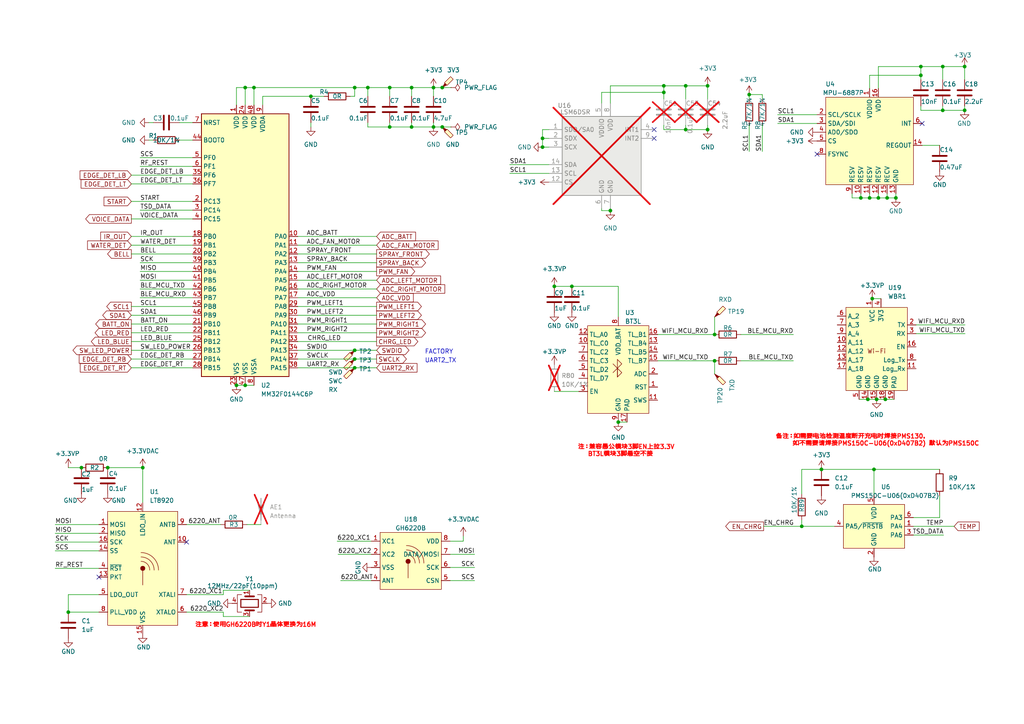
<source format=kicad_sch>
(kicad_sch (version 20231120) (generator "eeschema") (generator_version "8.0")
  (paper "A4")
  (junction (at 198.882 24.892))
  (junction (at 128.27 36.83))
  (junction (at 217.297 27.432))
  (junction (at 165.862 83.058))
  (junction (at 179.324 122.428))
  (junction (at 205.232 37.592))
  (junction (at 257.302 57.404))
  (junction (at 113.03 36.83))
  (junction (at 249.682 57.404))
  (junction (at 157.353 40.132))
  (junction (at 252.984 86.614))
  (junction (at 267.081 19.304))
  (junction (at 128.27 25.4))
  (junction (at 273.431 19.304))
  (junction (at 106.68 25.4))
  (junction (at 125.73 25.4))
  (junction (at 177.038 61.087))
  (junction (at 252.222 57.404))
  (junction (at 41.402 135.636))
  (junction (at 71.12 111.76))
  (junction (at 73.66 25.4))
  (junction (at 273.431 32.004))
  (junction (at 207.264 97.028))
  (junction (at 256.794 115.824))
  (junction (at 125.73 36.83))
  (junction (at 102.87 106.68))
  (junction (at 31.242 135.636))
  (junction (at 254.762 57.404))
  (junction (at 279.781 32.004))
  (junction (at 238.252 136.144))
  (junction (at 259.842 57.404))
  (junction (at 253.492 136.144))
  (junction (at 251.714 115.824))
  (junction (at 157.353 42.672))
  (junction (at 279.781 19.304))
  (junction (at 113.03 25.4))
  (junction (at 102.87 104.14))
  (junction (at 192.532 24.892))
  (junction (at 119.38 36.83))
  (junction (at 119.38 25.4))
  (junction (at 232.537 152.654))
  (junction (at 192.532 26.797))
  (junction (at 90.17 27.94))
  (junction (at 207.264 104.648))
  (junction (at 68.58 111.76))
  (junction (at 205.232 24.892))
  (junction (at 19.812 177.546))
  (junction (at 102.87 25.4))
  (junction (at 267.081 21.844))
  (junction (at 102.87 101.6))
  (junction (at 198.882 37.592))
  (junction (at 160.782 83.058))
  (junction (at 23.622 135.636))
  (junction (at 71.12 25.4))
  (junction (at 254.254 115.824))
  (no_connect (at 28.702 167.386))
  (no_connect (at 189.738 37.592))
  (no_connect (at 267.462 35.814))
  (no_connect (at 236.982 44.704))
  (no_connect (at 54.102 157.226))
  (no_connect (at 189.738 40.132))
  (wire (pts (xy 106.68 35.56) (xy 106.68 36.83)))
  (wire (pts (xy 40.64 86.36) (xy 55.88 86.36)))
  (wire (pts (xy 71.628 152.146) (xy 75.692 152.146)))
  (wire (pts (xy 40.64 83.82) (xy 55.88 83.82)))
  (wire (pts (xy 157.353 42.672) (xy 159.258 42.672)))
  (wire (pts (xy 137.668 168.402) (xy 130.556 168.402)))
  (wire (pts (xy 28.702 172.466) (xy 19.812 172.466)))
  (wire (pts (xy 238.252 136.144) (xy 232.537 136.144)))
  (wire (pts (xy 267.081 23.114) (xy 267.081 21.844)))
  (wire (pts (xy 264.922 155.194) (xy 273.685 155.194)))
  (wire (pts (xy 225.552 35.814) (xy 236.982 35.814)))
  (wire (pts (xy 16.002 157.226) (xy 28.702 157.226)))
  (wire (pts (xy 102.87 25.4) (xy 102.87 27.94)))
  (wire (pts (xy 214.884 104.648) (xy 230.124 104.648)))
  (wire (pts (xy 113.03 25.4) (xy 106.68 25.4)))
  (wire (pts (xy 130.556 160.782) (xy 137.668 160.782)))
  (wire (pts (xy 198.882 24.892) (xy 198.882 28.702)))
  (wire (pts (xy 16.002 159.766) (xy 28.702 159.766)))
  (wire (pts (xy 252.222 21.844) (xy 252.222 25.654)))
  (wire (pts (xy 38.1 91.44) (xy 55.88 91.44)))
  (wire (pts (xy 279.781 32.004) (xy 279.781 30.734)))
  (wire (pts (xy 40.64 45.72) (xy 55.88 45.72)))
  (wire (pts (xy 232.537 152.654) (xy 242.062 152.654)))
  (wire (pts (xy 249.682 57.404) (xy 252.222 57.404)))
  (wire (pts (xy 86.36 91.44) (xy 109.22 91.44)))
  (wire (pts (xy 254.762 57.404) (xy 257.302 57.404)))
  (wire (pts (xy 272.542 143.764) (xy 272.542 150.114)))
  (wire (pts (xy 38.1 99.06) (xy 55.88 99.06)))
  (wire (pts (xy 128.27 25.4) (xy 130.81 25.4)))
  (wire (pts (xy 125.73 25.4) (xy 125.73 27.94)))
  (wire (pts (xy 97.79 156.972) (xy 107.696 156.972)))
  (wire (pts (xy 38.1 50.8) (xy 55.88 50.8)))
  (wire (pts (xy 198.882 24.892) (xy 205.232 24.892)))
  (wire (pts (xy 174.498 61.087) (xy 177.038 61.087)))
  (wire (pts (xy 73.66 25.4) (xy 73.66 30.48)))
  (wire (pts (xy 252.984 86.614) (xy 255.524 86.614)))
  (wire (pts (xy 86.36 88.9) (xy 109.22 88.9)))
  (wire (pts (xy 31.242 135.636) (xy 41.402 135.636)))
  (wire (pts (xy 64.77 178.816) (xy 64.77 177.546)))
  (wire (pts (xy 253.492 136.144) (xy 272.542 136.144)))
  (wire (pts (xy 257.302 57.404) (xy 259.842 57.404)))
  (wire (pts (xy 19.812 172.466) (xy 19.812 177.546)))
  (wire (pts (xy 71.12 111.76) (xy 73.66 111.76)))
  (wire (pts (xy 157.353 40.132) (xy 157.353 37.592)))
  (wire (pts (xy 254.762 56.134) (xy 254.762 57.404)))
  (wire (pts (xy 38.1 53.34) (xy 55.88 53.34)))
  (wire (pts (xy 254.254 115.824) (xy 256.794 115.824)))
  (wire (pts (xy 102.87 25.4) (xy 73.66 25.4)))
  (wire (pts (xy 217.297 28.702) (xy 217.297 27.432)))
  (wire (pts (xy 38.1 68.58) (xy 55.88 68.58)))
  (wire (pts (xy 257.302 56.134) (xy 257.302 57.404)))
  (wire (pts (xy 221.107 36.322) (xy 221.107 43.942)))
  (wire (pts (xy 43.18 35.56) (xy 44.45 35.56)))
  (wire (pts (xy 38.1 58.42) (xy 55.88 58.42)))
  (wire (pts (xy 72.39 178.816) (xy 64.77 178.816)))
  (wire (pts (xy 217.297 27.432) (xy 221.107 27.432)))
  (wire (pts (xy 232.537 136.144) (xy 232.537 143.256)))
  (wire (pts (xy 249.174 115.824) (xy 251.714 115.824)))
  (wire (pts (xy 102.87 104.14) (xy 109.22 104.14)))
  (wire (pts (xy 179.324 83.058) (xy 179.324 91.948)))
  (wire (pts (xy 273.431 32.004) (xy 279.781 32.004)))
  (wire (pts (xy 106.68 36.83) (xy 113.03 36.83)))
  (wire (pts (xy 98.806 168.402) (xy 107.696 168.402)))
  (wire (pts (xy 134.366 155.448) (xy 134.366 156.972)))
  (wire (pts (xy 217.297 36.322) (xy 217.297 43.942)))
  (wire (pts (xy 54.102 177.546) (xy 64.77 177.546)))
  (wire (pts (xy 101.6 27.94) (xy 102.87 27.94)))
  (wire (pts (xy 90.17 27.94) (xy 93.98 27.94)))
  (wire (pts (xy 113.03 25.4) (xy 113.03 27.94)))
  (wire (pts (xy 71.12 25.4) (xy 73.66 25.4)))
  (wire (pts (xy 40.64 76.2) (xy 55.88 76.2)))
  (wire (pts (xy 40.64 60.96) (xy 55.88 60.96)))
  (wire (pts (xy 38.1 101.6) (xy 55.88 101.6)))
  (wire (pts (xy 38.1 71.12) (xy 55.88 71.12)))
  (wire (pts (xy 157.353 37.592) (xy 159.258 37.592)))
  (wire (pts (xy 38.1 63.5) (xy 55.88 63.5)))
  (wire (pts (xy 86.36 76.2) (xy 109.22 76.2)))
  (wire (pts (xy 125.73 36.83) (xy 125.73 35.56)))
  (wire (pts (xy 68.58 111.76) (xy 71.12 111.76)))
  (wire (pts (xy 40.64 48.26) (xy 55.88 48.26)))
  (wire (pts (xy 68.58 30.48) (xy 68.58 25.4)))
  (wire (pts (xy 252.222 56.134) (xy 252.222 57.404)))
  (wire (pts (xy 38.1 104.14) (xy 55.88 104.14)))
  (wire (pts (xy 251.714 115.824) (xy 254.254 115.824)))
  (wire (pts (xy 52.07 35.56) (xy 55.88 35.56)))
  (wire (pts (xy 98.044 160.782) (xy 107.696 160.782)))
  (wire (pts (xy 147.828 50.292) (xy 159.258 50.292)))
  (wire (pts (xy 225.552 33.274) (xy 236.982 33.274)))
  (wire (pts (xy 238.252 136.144) (xy 253.492 136.144)))
  (wire (pts (xy 106.68 25.4) (xy 106.68 27.94)))
  (wire (pts (xy 157.353 42.672) (xy 157.353 40.132)))
  (wire (pts (xy 86.36 81.28) (xy 109.22 81.28)))
  (wire (pts (xy 86.36 73.66) (xy 109.22 73.66)))
  (wire (pts (xy 259.842 57.404) (xy 259.842 56.134)))
  (wire (pts (xy 64.77 171.196) (xy 64.77 172.466)))
  (wire (pts (xy 179.324 122.428) (xy 181.864 122.428)))
  (wire (pts (xy 207.264 91.948) (xy 207.264 97.028)))
  (wire (pts (xy 192.532 26.797) (xy 192.532 28.702)))
  (wire (pts (xy 119.38 36.83) (xy 125.73 36.83)))
  (wire (pts (xy 207.264 104.648) (xy 207.264 108.458)))
  (wire (pts (xy 86.36 96.52) (xy 109.22 96.52)))
  (wire (pts (xy 72.39 171.196) (xy 64.77 171.196)))
  (wire (pts (xy 160.782 83.058) (xy 165.862 83.058)))
  (wire (pts (xy 119.38 25.4) (xy 125.73 25.4)))
  (wire (pts (xy 16.002 152.146) (xy 28.702 152.146)))
  (wire (pts (xy 102.87 101.6) (xy 109.22 101.6)))
  (wire (pts (xy 41.402 135.636) (xy 41.402 145.796)))
  (wire (pts (xy 38.1 96.52) (xy 55.88 96.52)))
  (wire (pts (xy 252.222 57.404) (xy 254.762 57.404)))
  (wire (pts (xy 86.36 106.68) (xy 102.87 106.68)))
  (wire (pts (xy 167.894 113.538) (xy 160.782 113.538)))
  (wire (pts (xy 273.431 32.004) (xy 273.431 30.734)))
  (wire (pts (xy 19.812 135.636) (xy 23.622 135.636)))
  (wire (pts (xy 86.36 83.82) (xy 109.22 83.82)))
  (wire (pts (xy 192.532 24.892) (xy 198.882 24.892)))
  (wire (pts (xy 174.498 60.452) (xy 174.498 61.087)))
  (wire (pts (xy 247.142 57.404) (xy 249.682 57.404)))
  (wire (pts (xy 249.682 56.134) (xy 249.682 57.404)))
  (wire (pts (xy 76.2 27.94) (xy 76.2 30.48)))
  (wire (pts (xy 134.366 156.972) (xy 130.556 156.972)))
  (wire (pts (xy 71.12 30.48) (xy 71.12 25.4)))
  (wire (pts (xy 119.38 25.4) (xy 113.03 25.4)))
  (wire (pts (xy 192.532 37.592) (xy 198.882 37.592)))
  (wire (pts (xy 267.081 19.304) (xy 267.081 21.844)))
  (wire (pts (xy 267.462 42.164) (xy 272.542 42.164)))
  (wire (pts (xy 192.532 26.797) (xy 174.498 26.797)))
  (wire (pts (xy 177.038 24.892) (xy 192.532 24.892)))
  (wire (pts (xy 221.488 152.654) (xy 232.537 152.654)))
  (wire (pts (xy 125.73 25.4) (xy 128.27 25.4)))
  (wire (pts (xy 147.828 47.752) (xy 159.258 47.752)))
  (wire (pts (xy 90.17 27.94) (xy 76.2 27.94)))
  (wire (pts (xy 253.492 136.144) (xy 253.492 143.764)))
  (wire (pts (xy 254.762 25.654) (xy 254.762 19.304)))
  (wire (pts (xy 86.36 78.74) (xy 109.22 78.74)))
  (wire (pts (xy 157.353 40.132) (xy 159.258 40.132)))
  (wire (pts (xy 265.684 96.774) (xy 279.908 96.774)))
  (wire (pts (xy 113.03 35.56) (xy 113.03 36.83)))
  (wire (pts (xy 190.754 104.648) (xy 207.264 104.648)))
  (wire (pts (xy 205.232 37.592) (xy 205.232 36.322)))
  (wire (pts (xy 214.884 97.028) (xy 230.124 97.028)))
  (wire (pts (xy 113.03 36.83) (xy 119.38 36.83)))
  (wire (pts (xy 106.68 25.4) (xy 102.87 25.4)))
  (wire (pts (xy 40.64 81.28) (xy 55.88 81.28)))
  (wire (pts (xy 64.77 172.466) (xy 54.102 172.466)))
  (wire (pts (xy 40.64 78.74) (xy 55.88 78.74)))
  (wire (pts (xy 119.38 27.94) (xy 119.38 25.4)))
  (wire (pts (xy 128.27 36.83) (xy 130.81 36.83)))
  (wire (pts (xy 273.431 19.304) (xy 279.781 19.304)))
  (wire (pts (xy 160.782 113.538) (xy 160.782 113.411)))
  (wire (pts (xy 52.07 40.64) (xy 55.88 40.64)))
  (wire (pts (xy 221.107 27.432) (xy 221.107 28.702)))
  (wire (pts (xy 165.862 83.058) (xy 179.324 83.058)))
  (wire (pts (xy 192.532 37.592) (xy 192.532 36.322)))
  (wire (pts (xy 54.102 152.146) (xy 64.008 152.146)))
  (wire (pts (xy 177.038 61.087) (xy 177.038 60.452)))
  (wire (pts (xy 273.431 19.304) (xy 273.431 23.114)))
  (wire (pts (xy 264.922 152.654) (xy 276.733 152.654)))
  (wire (pts (xy 254.762 19.304) (xy 267.081 19.304)))
  (wire (pts (xy 38.1 106.68) (xy 55.88 106.68)))
  (wire (pts (xy 267.081 32.004) (xy 273.431 32.004)))
  (wire (pts (xy 68.58 25.4) (xy 71.12 25.4)))
  (wire (pts (xy 86.36 93.98) (xy 109.22 93.98)))
  (wire (pts (xy 86.36 71.12) (xy 109.22 71.12)))
  (wire (pts (xy 192.532 24.892) (xy 192.532 26.797)))
  (wire (pts (xy 86.36 101.6) (xy 102.87 101.6)))
  (wire (pts (xy 86.36 104.14) (xy 102.87 104.14)))
  (wire (pts (xy 232.537 150.876) (xy 232.537 152.654)))
  (wire (pts (xy 86.36 68.58) (xy 109.22 68.58)))
  (wire (pts (xy 86.36 99.06) (xy 109.22 99.06)))
  (wire (pts (xy 272.542 150.114) (xy 264.922 150.114)))
  (wire (pts (xy 125.73 36.83) (xy 128.27 36.83)))
  (wire (pts (xy 38.1 73.66) (xy 55.88 73.66)))
  (wire (pts (xy 102.87 106.68) (xy 109.22 106.68)))
  (wire (pts (xy 247.142 56.134) (xy 247.142 57.404)))
  (wire (pts (xy 177.038 29.972) (xy 177.038 24.892)))
  (wire (pts (xy 267.081 21.844) (xy 252.222 21.844)))
  (wire (pts (xy 43.18 40.64) (xy 44.45 40.64)))
  (wire (pts (xy 38.1 93.98) (xy 55.88 93.98)))
  (wire (pts (xy 205.232 24.892) (xy 205.232 28.702)))
  (wire (pts (xy 90.17 36.83) (xy 90.17 35.56)))
  (wire (pts (xy 19.812 177.546) (xy 28.702 177.546)))
  (wire (pts (xy 137.668 164.592) (xy 130.556 164.592)))
  (wire (pts (xy 190.754 97.028) (xy 207.264 97.028)))
  (wire (pts (xy 279.781 19.304) (xy 279.781 23.114)))
  (wire (pts (xy 265.684 94.234) (xy 279.908 94.234)))
  (wire (pts (xy 38.1 88.9) (xy 55.88 88.9)))
  (wire (pts (xy 256.794 115.824) (xy 259.334 115.824)))
  (wire (pts (xy 86.36 86.36) (xy 109.22 86.36)))
  (wire (pts (xy 119.38 35.56) (xy 119.38 36.83)))
  (wire (pts (xy 267.081 32.004) (xy 267.081 30.734)))
  (wire (pts (xy 198.882 37.592) (xy 205.232 37.592)))
  (wire (pts (xy 267.081 19.304) (xy 273.431 19.304)))
  (wire (pts (xy 174.498 26.797) (xy 174.498 29.972)))
  (wire (pts (xy 16.002 164.846) (xy 28.702 164.846)))
  (wire (pts (xy 16.002 154.686) (xy 28.702 154.686)))
  (wire (pts (xy 198.882 37.592) (xy 198.882 36.322)))
  (text "注意：使用GH6220B时Y1晶体更换为16M" (at 74.168 181.356 0) (effects (font (size 1.27 1.27) (thickness 0.254) (bold yes))))
  (text "UART2_TX" (at 123.19 105.41 0) (effects (font (size 1.27 1.27)) (justify left bottom)))
  (text "备注：如需要电池检测温度断开充电时焊接PMS130，\n     如不需要请焊接PMS150C-U06(0xD407B2) 默认为PMS150C\n" (at 224.917 129.54 0) (effects (font (size 1.27 1.27) (thickness 0.254) (bold yes)) (justify left bottom)))
  (text "FACTORY" (at 123.19 102.87 0) (effects (font (size 1.27 1.27)) (justify left bottom)))
  (text "注：兼容愚公模块3脚EN上拉3.3V\n   BT3L模块3脚悬空不接" (at 167.513 132.588 0) (effects (font (size 1.27 1.27) (thickness 0.254) (bold yes)) (justify left bottom)))
  (label "BELL" (at 40.64 73.66 0))
  (label "MOSI" (at 16.002 152.146 0))
  (label "WIFI_MCU_RXD" (at 205.486 97.028 180))
  (label "EN_CHRG" (at 221.488 152.654 0))
  (label "BLE_MCU_RXD" (at 230.124 97.028 180))
  (label "TSD_DATA" (at 40.64 60.96 0))
  (label "PWM_FAN" (at 88.9 78.74 0))
  (label "MISO" (at 16.002 154.686 0))
  (label "SCK" (at 40.64 76.2 0))
  (label "SCL1" (at 147.828 50.292 0))
  (label "SCK" (at 16.002 157.226 0))
  (label "BATT_ON" (at 40.64 93.98 0))
  (label "6220_ANT" (at 54.61 152.146 0))
  (label "START" (at 40.64 58.42 0))
  (label "6220_XC2" (at 98.044 160.782 0))
  (label "MOSI" (at 40.64 81.28 0))
  (label "WIFI_MCU_TXD" (at 279.908 96.774 180))
  (label "BLE_MCU_TXD" (at 40.64 83.82 0))
  (label "SDA1" (at 225.552 35.814 0))
  (label "SDA1" (at 40.64 91.44 0))
  (label "SPRAY_FRONT" (at 88.9 73.66 0))
  (label "UART2_RX" (at 88.9 106.68 0))
  (label "TEMP" (at 273.685 152.654 180))
  (label "VOICE_DATA" (at 40.64 63.5 0))
  (label "SW_LED_POWER" (at 40.64 101.6 0))
  (label "BLE_MCU_RXD" (at 40.64 86.36 0))
  (label "SDA1" (at 221.107 43.942 90))
  (label "SCK" (at 137.668 164.592 180))
  (label "EDGE_DET_LB" (at 40.64 50.8 0))
  (label "MISO" (at 40.64 78.74 0))
  (label "EDGE_DET_RB" (at 40.64 104.14 0))
  (label "SCS" (at 16.002 159.766 0))
  (label "RF_REST" (at 16.002 164.846 0))
  (label "SWDIO" (at 88.9 101.6 0))
  (label "SPRAY_BACK" (at 88.9 76.2 0))
  (label "SWCLK" (at 88.9 104.14 0))
  (label "PWM_RIGHT1" (at 88.9 93.98 0))
  (label "ADC_RIGHT_MOTOR" (at 88.9 83.82 0))
  (label "SCS" (at 40.64 45.72 0))
  (label "SDA1" (at 147.828 47.752 0))
  (label "SCL1" (at 40.64 88.9 0))
  (label "CHRG_LED" (at 89.154 99.06 0))
  (label "EDGE_DET_RT" (at 40.64 106.68 0))
  (label "6220_ANT" (at 98.806 168.402 0))
  (label "BLE_MCU_TXD" (at 230.124 104.648 180))
  (label "PWM_RIGHT2" (at 88.9 96.52 0))
  (label "SCS" (at 137.668 168.402 180))
  (label "PWM_LEFT2" (at 88.9 91.44 0))
  (label "WATER_DET" (at 40.64 71.12 0))
  (label "6220_XC2" (at 55.118 177.546 0))
  (label "TSD_DATA" (at 273.685 155.194 180))
  (label "ADC_BATT" (at 88.9 68.58 0))
  (label "6220_XC1" (at 97.79 156.972 0))
  (label "IR_OUT" (at 40.64 68.58 0))
  (label "RF_REST" (at 40.64 48.26 0))
  (label "SCL1" (at 225.552 33.274 0))
  (label "WIFI_MCU_RXD" (at 279.908 94.234 180))
  (label "WIFI_MCU_TXD" (at 205.486 104.648 180))
  (label "ADC_FAN_MOTOR" (at 88.9 71.12 0))
  (label "6220_XC1" (at 54.864 172.466 0))
  (label "LED_BLUE" (at 40.64 99.06 0))
  (label "LED_RED" (at 40.64 96.52 0))
  (label "ADC_LEFT_MOTOR" (at 88.9 81.28 0))
  (label "EDGE_DET_LT" (at 40.64 53.34 0))
  (label "PWM_LEFT1" (at 88.9 88.9 0))
  (label "MOSI" (at 137.668 160.782 180))
  (label "ADC_VDD" (at 88.9 86.36 0))
  (label "SCL1" (at 217.297 43.942 90))
  (global_label "SPRAY_BACK" (shape output) (at 109.22 76.2 0) (property "Intersheetrefs" "${INTERSHEET_REFS}" (effects (hide yes))))
  (global_label "CHRG_LED" (shape output) (at 109.22 99.06 0) (property "Intersheetrefs" "${INTERSHEET_REFS}" (effects (hide yes))))
  (global_label "UART2_RX" (shape input) (at 109.22 106.68 0) (property "Intersheetrefs" "${INTERSHEET_REFS}" (effects (hide yes))))
  (global_label "PWM_RIGHT2" (shape output) (at 109.22 96.52 0) (property "Intersheetrefs" "${INTERSHEET_REFS}" (effects (hide yes))))
  (global_label "EDGE_DET_RB" (shape input) (at 38.1 104.14 180) (property "Intersheetrefs" "${INTERSHEET_REFS}" (effects (hide yes))))
  (global_label "SDA1" (shape bidirectional) (at 38.1 91.44 180) (property "Intersheetrefs" "${INTERSHEET_REFS}" (effects (hide yes))))
  (global_label "IR_OUT" (shape input) (at 38.1 68.58 180) (property "Intersheetrefs" "${INTERSHEET_REFS}" (effects (hide yes))))
  (global_label "EDGE_DET_LT" (shape input) (at 38.1 53.34 180) (property "Intersheetrefs" "${INTERSHEET_REFS}" (effects (hide yes))))
  (global_label "ADC_FAN_MOTOR" (shape input) (at 109.22 71.12 0) (property "Intersheetrefs" "${INTERSHEET_REFS}" (effects (hide yes))))
  (global_label "PWM_RIGHT1" (shape output) (at 109.22 93.98 0) (property "Intersheetrefs" "${INTERSHEET_REFS}" (effects (hide yes))))
  (global_label "TEMP" (shape input) (at 276.733 152.654 0) (property "Intersheetrefs" "${INTERSHEET_REFS}" (effects (hide yes))))
  (global_label "SWCLK" (shape output) (at 109.22 104.14 0) (property "Intersheetrefs" "${INTERSHEET_REFS}" (effects (hide yes))))
  (global_label "ADC_BATT" (shape input) (at 109.22 68.58 0) (property "Intersheetrefs" "${INTERSHEET_REFS}" (effects (hide yes))))
  (global_label "BATT_ON" (shape output) (at 38.1 93.98 180) (property "Intersheetrefs" "${INTERSHEET_REFS}" (effects (hide yes))))
  (global_label "EN_CHRG" (shape output) (at 221.488 152.654 180) (property "Intersheetrefs" "${INTERSHEET_REFS}" (effects (hide yes))))
  (global_label "LED_BLUE" (shape output) (at 38.1 99.06 180) (property "Intersheetrefs" "${INTERSHEET_REFS}" (effects (hide yes))))
  (global_label "SW_LED_POWER" (shape output) (at 38.1 101.6 180) (property "Intersheetrefs" "${INTERSHEET_REFS}" (effects (hide yes))))
  (global_label "SPRAY_FRONT" (shape output) (at 109.22 73.66 0) (property "Intersheetrefs" "${INTERSHEET_REFS}" (effects (hide yes))))
  (global_label "VOICE_DATA" (shape output) (at 38.1 63.5 180) (property "Intersheetrefs" "${INTERSHEET_REFS}" (effects (hide yes))))
  (global_label "LED_RED" (shape output) (at 38.1 96.52 180) (property "Intersheetrefs" "${INTERSHEET_REFS}" (effects (hide yes))))
  (global_label "EDGE_DET_RT" (shape input) (at 38.1 106.68 180) (property "Intersheetrefs" "${INTERSHEET_REFS}" (effects (hide yes))))
  (global_label "PWM_LEFT2" (shape output) (at 109.22 91.44 0) (property "Intersheetrefs" "${INTERSHEET_REFS}" (effects (hide yes))))
  (global_label "PWM_FAN" (shape output) (at 109.22 78.74 0) (property "Intersheetrefs" "${INTERSHEET_REFS}" (effects (hide yes))))
  (global_label "ADC_LEFT_MOTOR" (shape input) (at 109.22 81.28 0) (property "Intersheetrefs" "${INTERSHEET_REFS}" (effects (hide yes))))
  (global_label "ADC_VDD" (shape input) (at 109.22 86.36 0) (property "Intersheetrefs" "${INTERSHEET_REFS}" (effects (hide yes))))
  (global_label "SWDIO" (shape bidirectional) (at 109.22 101.6 0) (property "Intersheetrefs" "${INTERSHEET_REFS}" (effects (hide yes))))
  (global_label "EDGE_DET_LB" (shape input) (at 38.1 50.8 180) (property "Intersheetrefs" "${INTERSHEET_REFS}" (effects (hide yes))))
  (global_label "START" (shape input) (at 38.1 58.42 180) (property "Intersheetrefs" "${INTERSHEET_REFS}" (effects (hide yes))))
  (global_label "SCL1" (shape output) (at 38.1 88.9 180) (property "Intersheetrefs" "${INTERSHEET_REFS}" (effects (hide yes))))
  (global_label "PWM_LEFT1" (shape output) (at 109.22 88.9 0) (property "Intersheetrefs" "${INTERSHEET_REFS}" (effects (hide yes))))
  (global_label "ADC_RIGHT_MOTOR" (shape input) (at 109.22 83.82 0) (property "Intersheetrefs" "${INTERSHEET_REFS}" (effects (hide yes))))
  (global_label "BELL" (shape output) (at 38.1 73.66 180) (property "Intersheetrefs" "${INTERSHEET_REFS}" (effects (hide yes))))
  (global_label "WATER_DET" (shape input) (at 38.1 71.12 180) (property "Intersheetrefs" "${INTERSHEET_REFS}" (effects (hide yes))))
  (symbol (lib_id "Device:C") (at 279.781 26.924 180) (unit 1)
    (property "Reference" "C18" (at 279.781 24.384 0) (effects (justify right)))
    (property "Value" "2.2uF" (at 279.781 29.464 0) (effects (justify right)))
    (property "Footprint" "Capacitor_SMD:C_0603_1608Metric" (effects (hide yes)))
  )
  (symbol (lib_id "power:+3V3") (at 217.297 27.432 0) (unit 1)
    (property "Reference" "#PWR0121" (effects (hide yes)))
    (property "Value" "+3V3" (at 216.916 23.114 0))
  )
  (symbol (lib_id "Connector:TestPoint_Probe") (at 207.264 108.458 270) (unit 1)
    (property "Reference" "TP20" (at 208.8516 112.268 0) (effects (justify left)))
    (property "Value" "TXD" (at 212.344 113.538 0) (effects (justify right)))
    (property "Footprint" "TestPoint:TestPoint_Pad_D1.0mm" (effects (hide yes)))
  )
  (symbol (lib_id "power:GND") (at 272.542 49.784 0) (unit 1)
    (property "Reference" "#PWR0131" (effects (hide yes)))
    (property "Value" "GND" (at 272.542 53.594 0))
  )
  (symbol (lib_id "Connector:TestPoint_Probe") (at 102.87 106.68 180) (unit 1)
    (property "Reference" "TP1" (at 104.14 106.9974 0) (effects (justify right)))
    (property "Value" "RX" (at 95.25 113.03 0) (effects (justify right)))
    (property "Footprint" "TestPoint:TestPoint_Pad_D1.0mm" (effects (hide yes)))
  )
  (symbol (lib_id "Device:C") (at 238.252 139.954 0) (unit 1)
    (property "Reference" "C12" (at 242.062 138.6839 0) (effects (justify left)))
    (property "Value" "0.1uF" (at 242.062 141.2239 0) (effects (justify left)))
    (property "Footprint" "Capacitor_SMD:C_0603_1608Metric" (effects (hide yes)))
  )
  (symbol (lib_id "power:PWR_FLAG") (at 130.81 36.83 270) (unit 1)
    (property "Reference" "#FLG0102" (effects (hide yes)))
    (property "Value" "PWR_FLAG" (at 134.62 36.8299 90) (effects (justify left)))
  )
  (symbol (lib_id "Device:C") (at 267.081 26.924 180) (unit 1)
    (property "Reference" "C13" (at 267.081 24.384 0) (effects (justify right)))
    (property "Value" "10nF" (at 267.081 29.464 0) (effects (justify right)))
    (property "Footprint" "Capacitor_SMD:C_0603_1608Metric" (effects (hide yes)))
  )
  (symbol (lib_id "power:GND") (at 254.254 115.824 0) (unit 1)
    (property "Reference" "#PWR026" (effects (hide yes)))
    (property "Value" "GND" (at 254.254 120.269 0))
  )
  (symbol (lib_id "power:+3V3") (at 279.781 19.304 0) (unit 1)
    (property "Reference" "#PWR0129" (effects (hide yes)))
    (property "Value" "+3V3" (at 279.146 16.002 0))
  )
  (symbol (lib_id "Device:R") (at 160.782 109.601 180) (unit 1) (dnp yes)
    (property "Reference" "R80" (at 162.814 108.966 0) (effects (justify right)))
    (property "Value" "10K/1%" (at 162.814 111.506 0) (effects (justify right)))
    (property "Footprint" "Resistor_SMD:R_0603_1608Metric" (effects (hide yes)))
  )
  (symbol (lib_id "power:+3V3") (at 238.252 136.144 0) (unit 1)
    (property "Reference" "#PWR0125" (effects (hide yes)))
    (property "Value" "+3V3" (at 238.252 131.953 0))
  )
  (symbol (lib_id "Device:C") (at 272.542 45.974 180) (unit 1)
    (property "Reference" "C14" (at 272.542 43.434 0) (effects (justify right)))
    (property "Value" "0.47uF" (at 272.542 48.514 0) (effects (justify right)))
    (property "Footprint" "Capacitor_SMD:C_0603_1608Metric" (effects (hide yes)))
  )
  (symbol (lib_id "Device:C") (at 90.17 31.75 180) (unit 1)
    (property "Reference" "C5" (at 90.17 29.21 0) (effects (justify right)))
    (property "Value" "0.1uF" (at 90.17 34.29 0) (effects (justify right)))
    (property "Footprint" "Capacitor_SMD:C_0603_1608Metric" (effects (hide yes)))
  )
  (symbol (lib_id "power:GND") (at 77.47 175.006 90) (unit 1)
    (property "Reference" "#PWR0107" (effects (hide yes)))
    (property "Value" "GND" (at 80.645 175.0059 90) (effects (justify right)))
  )
  (symbol (lib_id "Device:R") (at 27.432 135.636 90) (unit 1)
    (property "Reference" "R2" (at 27.432 135.636 90))
    (property "Value" "0R" (at 29.972 133.096 90))
    (property "Footprint" "Resistor_SMD:R_0603_1608Metric" (effects (hide yes)))
  )
  (symbol (lib_id "power:+3.3VDAC") (at 134.366 155.448 0) (unit 1)
    (property "Reference" "#PWR024" (effects (hide yes)))
    (property "Value" "+3.3VDAC" (at 134.366 150.622 0))
    (property "Description" "Power symbol creates a global label with name \"+3.3VDAC\"" (effects (hide yes)))
  )
  (symbol (lib_id "power:GND") (at 41.402 183.896 0) (unit 1)
    (property "Reference" "#PWR0102" (effects (hide yes)))
    (property "Value" "GND" (at 41.656 187.706 0))
  )
  (symbol (lib_id "Ovo_MCU_Padauk:PMS150C-U06") (at 253.492 152.654 0) (unit 1)
    (property "Reference" "U6" (at 255.5114 141.224 0) (effects (justify left)))
    (property "Value" "PMS150C-U06(0xD407B2)" (at 246.761 143.764 0) (effects (justify left)))
    (property "Footprint" "Package_TO_SOT_SMD:SOT-23-6" (effects (hide yes)))
    (property "Datasheet" "http://www.padauk.com.tw/upload/doc/PMS15A,PMS150C%20datasheet%20V108_CN_20200724.pdf" (effects (hide yes)))
  )
  (symbol (lib_id "Connector:TestPoint_Probe") (at 102.87 101.6 180) (unit 1)
    (property "Reference" "TP2" (at 104.14 101.9174 0) (effects (justify right)))
    (property "Value" "SWD" (at 95.25 107.95 0) (effects (justify right)))
    (property "Footprint" "TestPoint:TestPoint_Pad_D1.0mm" (effects (hide yes)))
  )
  (symbol (lib_id "Device:C") (at 19.812 181.356 0) (unit 1)
    (property "Reference" "C1" (at 23.622 180.0859 0) (effects (justify left)))
    (property "Value" "1uF" (at 23.622 182.6259 0) (effects (justify left)))
    (property "Footprint" "Capacitor_SMD:C_0603_1608Metric" (effects (hide yes)))
  )
  (symbol (lib_id "Device:C") (at 48.26 35.56 90) (unit 1)
    (property "Reference" "C3" (at 45.72 34.29 90))
    (property "Value" "0.1uF" (at 52.07 34.29 90))
    (property "Footprint" "Capacitor_SMD:C_0603_1608Metric" (effects (hide yes)))
  )
  (symbol (lib_id "Device:C") (at 119.38 31.75 180) (unit 1)
    (property "Reference" "C8" (at 119.38 29.21 0) (effects (justify right)))
    (property "Value" "0.1uF" (at 119.38 34.29 0) (effects (justify right)))
    (property "Footprint" "Capacitor_SMD:C_0603_1608Metric" (effects (hide yes)))
  )
  (symbol (lib_id "Device:R") (at 217.297 32.512 180) (unit 1)
    (property "Reference" "R5" (at 216.027 36.322 90))
    (property "Value" "4.7K/1%" (at 217.297 32.512 90))
    (property "Footprint" "Resistor_SMD:R_0603_1608Metric" (effects (hide yes)))
  )
  (symbol (lib_id "power:GND") (at 43.18 35.56 270) (unit 1)
    (property "Reference" "#PWR0105" (effects (hide yes)))
    (property "Value" "GND" (at 39.37 35.5599 90) (effects (justify right)))
  )
  (symbol (lib_id "power:GND") (at 160.782 90.678 0) (unit 1)
    (property "Reference" "#PWR0110" (effects (hide yes)))
    (property "Value" "GND" (at 160.782 94.488 0))
  )
  (symbol (lib_id "Device:C") (at 125.73 31.75 180) (unit 1)
    (property "Reference" "C10" (at 125.73 29.21 0) (effects (justify right)))
    (property "Value" "4.7uF" (at 125.73 34.29 0) (effects (justify right)))
    (property "Footprint" "Capacitor_SMD:C_0603_1608Metric" (effects (hide yes)))
  )
  (symbol (lib_id "power:GND") (at 179.324 122.428 0) (unit 1)
    (property "Reference" "#PWR0109" (effects (hide yes)))
    (property "Value" "GND" (at 179.324 126.873 0))
  )
  (symbol (lib_id "Device:C") (at 165.862 86.868 0) (unit 1)
    (property "Reference" "C11" (at 165.862 84.963 0) (effects (justify left)))
    (property "Value" "0.1uF" (at 165.862 89.408 0) (effects (justify left)))
    (property "Footprint" "Capacitor_SMD:C_0603_1608Metric" (effects (hide yes)))
  )
  (symbol (lib_id "power:GND") (at 107.696 164.592 270) (unit 1)
    (property "Reference" "#PWR023" (effects (hide yes)))
    (property "Value" "GND" (at 103.886 164.592 0))
  )
  (symbol (lib_id "power:+3.3VP") (at 160.782 83.058 0) (unit 1)
    (property "Reference" "#PWR0108" (effects (hide yes)))
    (property "Value" "+3.3VP" (at 160.782 77.978 0))
  )
  (symbol (lib_id "Device:R") (at 211.074 104.648 90) (unit 1)
    (property "Reference" "R7" (at 211.074 102.743 90))
    (property "Value" "0R" (at 211.074 104.648 90))
    (property "Footprint" "Resistor_SMD:R_0603_1608Metric" (effects (hide yes)))
  )
  (symbol (lib_id "power:GND") (at 157.353 42.672 270) (unit 1)
    (property "Reference" "#PWR0180" (effects (hide yes)))
    (property "Value" "GND" (at 154.178 42.6719 90) (effects (justify right)))
  )
  (symbol (lib_id "power:+3.3VP") (at 252.984 86.614 0) (unit 1)
    (property "Reference" "#PWR025" (effects (hide yes)))
    (property "Value" "+3.3VP" (at 252.984 82.804 0))
  )
  (symbol (lib_id "Device:C") (at 113.03 31.75 180) (unit 1)
    (property "Reference" "C7" (at 113.03 29.21 0) (effects (justify right)))
    (property "Value" "0.1uF" (at 113.03 34.29 0) (effects (justify right)))
    (property "Footprint" "Capacitor_SMD:C_0603_1608Metric" (effects (hide yes)))
  )
  (symbol (lib_id "power:GND") (at 90.17 36.83 0) (unit 1)
    (property "Reference" "#PWR0104" (effects (hide yes)))
    (property "Value" "GND" (at 90.17 41.91 0))
  )
  (symbol (lib_id "Device:R") (at 211.074 97.028 90) (unit 1)
    (property "Reference" "R6" (at 211.074 95.123 90))
    (property "Value" "0R" (at 211.074 97.028 90))
    (property "Footprint" "Resistor_SMD:R_0603_1608Metric" (effects (hide yes)))
  )
  (symbol (lib_id "Connector:TestPoint_Probe") (at 128.27 25.4 0) (unit 1)
    (property "Reference" "TP4" (at 132.08 23.8124 0) (effects (justify left)))
    (property "Value" "3V3" (at 133.35 20.32 0) (effects (justify right)))
    (property "Footprint" "TestPoint:TestPoint_Pad_D1.0mm" (effects (hide yes)))
  )
  (symbol (lib_id "Device:C") (at 192.532 32.512 180) (unit 1) (dnp yes)
    (property "Reference" "C51" (at 192.532 29.972 0) (effects (justify right)))
    (property "Value" "10nF" (at 193.802 38.862 90) (effects (justify right)))
    (property "Footprint" "Capacitor_SMD:C_0603_1608Metric" (effects (hide yes)))
  )
  (symbol (lib_id "power:GND") (at 259.842 57.404 0) (unit 1)
    (property "Reference" "#PWR0115" (effects (hide yes)))
    (property "Value" "GND" (at 259.842 61.214 0))
  )
  (symbol (lib_id "Device:R") (at 97.79 27.94 90) (unit 1)
    (property "Reference" "R4" (at 93.98 26.67 90))
    (property "Value" "0R" (at 97.79 27.94 90))
    (property "Footprint" "Resistor_SMD:R_0603_1608Metric" (effects (hide yes)))
  )
  (symbol (lib_id "Device:C") (at 23.622 139.446 0) (unit 1)
    (property "Reference" "C2" (at 23.622 137.541 0) (effects (justify left)))
    (property "Value" "1uF" (at 23.622 141.986 0) (effects (justify left)))
    (property "Footprint" "Capacitor_SMD:C_0603_1608Metric" (effects (hide yes)))
  )
  (symbol (lib_id "power:+3V3") (at 205.232 24.892 0) (unit 1)
    (property "Reference" "#PWR0182" (effects (hide yes)))
    (property "Value" "+3V3" (at 205.232 19.812 0))
  )
  (symbol (lib_id "power:GND") (at 177.038 61.087 0) (unit 1)
    (property "Reference" "#PWR0191" (effects (hide yes)))
    (property "Value" "GND" (at 177.038 66.167 0))
  )
  (symbol (lib_id "Ovo_RF_Bluetooth:WBR1") (at 254.254 100.584 0) (unit 1)
    (property "Reference" "U19" (at 257.5434 83.439 0) (effects (justify left)))
    (property "Value" "WBR1" (at 257.5434 85.979 0) (effects (justify left)))
    (property "Footprint" "Ovo_RF_Module:Tuya_WBR1" (effects (hide yes)))
  )
  (symbol (lib_id "Connector:TestPoint_Probe") (at 102.87 104.14 180) (unit 1)
    (property "Reference" "TP3" (at 104.14 104.4574 0) (effects (justify right)))
    (property "Value" "SWC" (at 95.25 110.49 0) (effects (justify right)))
    (property "Footprint" "TestPoint:TestPoint_Pad_D1.0mm" (effects (hide yes)))
  )
  (symbol (lib_id "power:GND") (at 67.31 175.006 270) (unit 1)
    (property "Reference" "#PWR0103" (effects (hide yes)))
    (property "Value" "GND" (at 64.135 175.0059 90) (effects (justify right)))
  )
  (symbol (lib_id "power:GND") (at 236.982 38.354 270) (unit 1)
    (property "Reference" "#PWR0118" (effects (hide yes)))
    (property "Value" "GND" (at 233.172 38.3539 90) (effects (justify right)))
  )
  (symbol (lib_id "power:GND") (at 68.58 111.76 0) (unit 1)
    (property "Reference" "#PWR0153" (effects (hide yes)))
    (property "Value" "GND" (at 68.58 115.824 0))
  )
  (symbol (lib_id "power:+3V3") (at 125.73 25.4 0) (unit 1)
    (property "Reference" "#PWR0119" (effects (hide yes)))
    (property "Value" "+3V3" (at 125.73 20.32 0))
  )
  (symbol (lib_id "power:GND") (at 19.812 185.166 0) (unit 1)
    (property "Reference" "#PWR0101" (effects (hide yes)))
    (property "Value" "GND" (at 19.812 188.976 0))
  )
  (symbol (lib_id "power:GND") (at 238.252 143.764 0) (unit 1)
    (property "Reference" "#PWR0123" (effects (hide yes)))
    (property "Value" "GND" (at 238.252 148.844 0))
  )
  (symbol (lib_id "Ovo_RF:GH6220B") (at 119.126 162.052 0) (unit 1)
    (property "Reference" "U18" (at 119.126 150.622 0))
    (property "Value" "GH6220B" (at 119.126 153.162 0))
    (property "Footprint" "Package_SO:SOIC-8_3.9x4.9mm_P1.27mm" (effects (hide yes)))
    (property "Datasheet" "file:///D:/%E4%B8%8B%E8%BD%BD%E6%96%87%E4%BB%B6/ovo%E4%B8%8B%E8%BD%BD/7_HS6220_DataSheet_v0.3_20210826.pdf" (effects (hide yes)))
  )
  (symbol (lib_id "power:GND") (at 165.862 90.678 0) (unit 1)
    (property "Reference" "#PWR0128" (effects (hide yes)))
    (property "Value" "GND" (at 165.862 94.488 0))
  )
  (symbol (lib_id "Device:C") (at 160.782 86.868 0) (unit 1)
    (property "Reference" "C9" (at 160.782 84.963 0) (effects (justify left)))
    (property "Value" "1uF" (at 160.782 89.408 0) (effects (justify left)))
    (property "Footprint" "Capacitor_SMD:C_0603_1608Metric" (effects (hide yes)))
  )
  (symbol (lib_id "power:GND") (at 125.73 36.83 0) (unit 1)
    (property "Reference" "#PWR0120" (effects (hide yes)))
    (property "Value" "GND" (at 125.73 41.91 0))
  )
  (symbol (lib_id "Ovo_RF:LT8920") (at 41.402 164.846 0) (unit 1)
    (property "Reference" "U1" (at 43.4214 142.621 0) (effects (justify left)))
    (property "Value" "LT8920" (at 43.4214 145.161 0) (effects (justify left)))
    (property "Footprint" "Package_SO:TSSOP-16_4.4x5mm_P0.65mm" (effects (hide yes)))
  )
  (symbol (lib_id "Device:R") (at 67.818 152.146 90) (unit 1)
    (property "Reference" "R3" (at 67.818 152.146 90))
    (property "Value" "0R" (at 67.564 150.114 90))
    (property "Footprint" "Resistor_SMD:R_0603_1608Metric" (effects (hide yes)))
  )
  (symbol (lib_id "Device:R") (at 272.542 139.954 0) (unit 1)
    (property "Reference" "R9" (at 275.082 138.6839 0) (effects (justify left)))
    (property "Value" "10K/1%" (at 275.082 141.2239 0) (effects (justify left)))
    (property "Footprint" "Resistor_SMD:R_0603_1608Metric" (effects (hide yes)))
  )
  (symbol (lib_id "power:GND") (at 23.622 143.256 0) (unit 1)
    (property "Reference" "#PWR0112" (effects (hide yes)))
    (property "Value" "GND" (at 20.447 145.161 0))
  )
  (symbol (lib_id "Device:Antenna") (at 75.692 147.066 0) (unit 1) (in_bom no) (dnp yes)
    (property "Reference" "AE1" (at 78.232 147.066 0) (effects (justify left)))
    (property "Value" "Antenna" (at 78.232 149.606 0) (effects (justify left)))
    (property "Footprint" "Ovo_RF_Antenna:Ovo_PA2401_2.4GHz_Right" (effects (hide yes)))
  )
  (symbol (lib_id "power:PWR_FLAG") (at 130.81 25.4 270) (unit 1)
    (property "Reference" "#FLG0101" (effects (hide yes)))
    (property "Value" "PWR_FLAG" (at 134.62 25.3999 90) (effects (justify left)))
  )
  (symbol (lib_id "Sensor_Motion:LSM6DS3") (at 174.498 45.212 0) (unit 1) (dnp yes)
    (property "Reference" "U16" (at 163.703 30.607 0))
    (property "Value" "LSM6DSR" (at 166.878 32.512 0))
    (property "Footprint" "Package_LGA:LGA-14_3x2.5mm_P0.5mm_LayoutBorder3x4y" (effects (hide yes)))
    (property "Datasheet" "www.st.com/resource/en/datasheet/lsm6ds3.pdf" (effects (hide yes)))
  )
  (symbol (lib_id "Device:C") (at 198.882 32.512 180) (unit 1) (dnp yes)
    (property "Reference" "C53" (at 198.882 29.972 0) (effects (justify right)))
    (property "Value" "0.1uF" (at 200.152 38.862 90) (effects (justify right)))
    (property "Footprint" "Capacitor_SMD:C_0603_1608Metric" (effects (hide yes)))
  )
  (symbol (lib_id "Device:Crystal_GND24") (at 72.39 175.006 270) (unit 1)
    (property "Reference" "Y1" (at 72.39 167.894 90))
    (property "Value" "12MHz/22pF(10ppm)" (at 70.358 169.926 90))
    (property "Footprint" "Ovo_Oscillaror:Oscillator_SMD_Abracon_ASE-4Pin_3.2x2.5mm" (effects (hide yes)))
  )
  (symbol (lib_id "Device:R") (at 221.107 32.512 180) (unit 1)
    (property "Reference" "R8" (at 219.837 36.322 90))
    (property "Value" "4.7K/1%" (at 221.107 32.512 90))
    (property "Footprint" "Resistor_SMD:R_0603_1608Metric" (effects (hide yes)))
  )
  (symbol (lib_id "power:GND") (at 43.18 40.64 270) (unit 1)
    (property "Reference" "#PWR0106" (effects (hide yes)))
    (property "Value" "GND" (at 39.37 40.6399 90) (effects (justify right)))
  )
  (symbol (lib_id "Connector:TestPoint_Probe") (at 207.264 91.948 0) (unit 1)
    (property "Reference" "TP19" (at 211.074 90.3604 0) (effects (justify left)))
    (property "Value" "RXD" (at 212.344 86.868 0) (effects (justify right)))
    (property "Footprint" "TestPoint:TestPoint_Pad_D1.0mm" (effects (hide yes)))
  )
  (symbol (lib_id "power:+3V3") (at 236.982 40.894 90) (unit 1)
    (property "Reference" "#PWR0117" (effects (hide yes)))
    (property "Value" "+3V3" (at 233.172 40.8939 90) (effects (justify left)))
  )
  (symbol (lib_id "power:+3.3VDAC") (at 41.402 135.636 0) (unit 1)
    (property "Reference" "#PWR028" (effects (hide yes)))
    (property "Value" "+3.3VDAC" (at 41.402 130.81 0))
    (property "Description" "Power symbol creates a global label with name \"+3.3VDAC\"" (effects (hide yes)))
  )
  (symbol (lib_id "power:GND") (at 205.232 37.592 0) (unit 1)
    (property "Reference" "#PWR0192" (effects (hide yes)))
    (property "Value" "GND" (at 205.232 42.672 0))
  )
  (symbol (lib_id "Connector:TestPoint_Probe") (at 128.27 36.83 270) (unit 1)
    (property "Reference" "TP5" (at 132.08 38.4174 90) (effects (justify left)))
    (property "Value" "GND" (at 133.35 41.91 90) (effects (justify right)))
    (property "Footprint" "TestPoint:TestPoint_Pad_D1.0mm" (effects (hide yes)))
  )
  (symbol (lib_id "power:+3.3VP") (at 160.782 105.791 0) (unit 1)
    (property "Reference" "#PWR07" (effects (hide yes)))
    (property "Value" "+3.3VP" (at 160.782 101.981 0))
  )
  (symbol (lib_id "power:GND") (at 253.492 161.544 0) (unit 1)
    (property "Reference" "#PWR0122" (effects (hide yes)))
    (property "Value" "GND" (at 253.746 165.1 0))
  )
  (symbol (lib_id "Device:C") (at 106.68 31.75 0) (mirror x) (unit 1)
    (property "Reference" "C6" (at 106.68 29.21 0) (effects (justify right)))
    (property "Value" "0.1uF" (at 106.68 34.29 0) (effects (justify right)))
    (property "Footprint" "Capacitor_SMD:C_0603_1608Metric" (effects (hide yes)))
  )
  (symbol (lib_id "Ovo_RF_Bluetooth:BT3L") (at 179.324 107.188 0) (unit 1)
    (property "Reference" "U3" (at 181.2799 90.678 0) (effects (justify left)))
    (property "Value" "BT3L" (at 181.2799 93.218 0) (effects (justify left)))
    (property "Footprint" "Ovo_RF_Module:Tuya_BT3L" (effects (hide yes)))
  )
  (symbol (lib_id "power:GND") (at 279.781 32.004 0) (unit 1)
    (property "Reference" "#PWR0130" (effects (hide yes)))
    (property "Value" "GND" (at 279.654 35.814 0))
  )
  (symbol (lib_id "Ovo_Sensor_Motion:MPU-6887") (at 252.222 40.894 0) (unit 1)
    (property "Reference" "U4" (at 240.792 24.384 0))
    (property "Value" "MPU-6887P" (at 244.602 26.924 0))
    (property "Footprint" "Package_LGA:LGA-16_3x3mm_P0.5mm_LayoutBorder3x5y" (effects (hide yes)))
  )
  (symbol (lib_id "power:GND") (at 31.242 143.256 0) (unit 1)
    (property "Reference" "#PWR0111" (effects (hide yes)))
    (property "Value" "GND" (at 34.417 145.161 0))
  )
  (symbol (lib_id "MCU_ST_STM32F0:STM32F030C8Tx") (at 71.12 71.12 0) (unit 1)
    (property "Reference" "U2" (at 75.6794 111.76 0) (effects (justify left)))
    (property "Value" "MM32F0144C6P" (at 75.6794 114.3 0) (effects (justify left)))
    (property "Footprint" "Package_QFP:LQFP-48_7x7mm_P0.5mm" (effects (hide yes)))
    (property "Datasheet" "http://www.st.com/st-web-ui/static/active/en/resource/technical/document/datasheet/DM00088500.pdf" (effects (hide yes)))
  )
  (symbol (lib_id "Device:R") (at 232.537 147.066 0) (unit 1)
    (property "Reference" "R89" (at 232.537 148.59 90) (effects (justify left)))
    (property "Value" "10K/1%" (at 230.378 148.971 90) (effects (justify left)))
    (property "Footprint" "Resistor_SMD:R_0603_1608Metric" (effects (hide yes)))
  )
  (symbol (lib_id "Device:C") (at 31.242 139.446 0) (unit 1)
    (property "Reference" "C4" (at 31.496 137.414 0) (effects (justify left)))
    (property "Value" "0.1uF" (at 31.496 141.732 0) (effects (justify left)))
    (property "Footprint" "Capacitor_SMD:C_0603_1608Metric" (effects (hide yes)))
  )
  (symbol (lib_id "Device:R") (at 48.26 40.64 90) (unit 1)
    (property "Reference" "R1" (at 44.45 39.37 90))
    (property "Value" "10K/1%" (at 48.26 40.64 90))
    (property "Footprint" "Resistor_SMD:R_0603_1608Metric" (effects (hide yes)))
  )
  (symbol (lib_id "power:+3.3VP") (at 19.812 135.636 0) (unit 1)
    (property "Reference" "#PWR0113" (effects (hide yes)))
    (property "Value" "+3.3VP" (at 19.558 131.572 0))
  )
  (symbol (lib_id "Device:C") (at 273.431 26.924 180) (unit 1)
    (property "Reference" "C16" (at 273.431 24.384 0) (effects (justify right)))
    (property "Value" "0.1uF" (at 273.431 29.464 0) (effects (justify right)))
    (property "Footprint" "Capacitor_SMD:C_0603_1608Metric" (effects (hide yes)))
  )
  (symbol (lib_id "Device:C") (at 205.232 32.512 180) (unit 1) (dnp yes)
    (property "Reference" "C54" (at 205.232 29.972 0) (effects (justify right)))
    (property "Value" "2.2uF" (at 210.312 37.592 90) (effects (justify right)))
    (property "Footprint" "Capacitor_SMD:C_0603_1608Metric" (effects (hide yes)))
  )
  (symbol (lib_id "power:+3V3") (at 159.258 52.832 90) (unit 1)
    (property "Reference" "#PWR0181" (effects (hide yes)))
    (property "Value" "+3V3" (at 155.448 52.8319 90) (effects (justify left)))
  )
)
</source>
